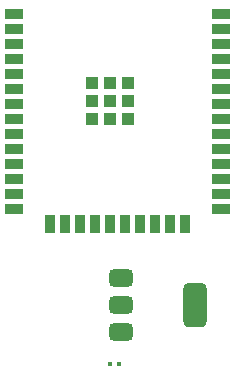
<source format=gbr>
%TF.GenerationSoftware,KiCad,Pcbnew,9.0.0*%
%TF.CreationDate,2025-04-07T22:33:31+05:30*%
%TF.ProjectId,pcb,7063622e-6b69-4636-9164-5f7063625858,rev?*%
%TF.SameCoordinates,Original*%
%TF.FileFunction,Paste,Top*%
%TF.FilePolarity,Positive*%
%FSLAX46Y46*%
G04 Gerber Fmt 4.6, Leading zero omitted, Abs format (unit mm)*
G04 Created by KiCad (PCBNEW 9.0.0) date 2025-04-07 22:33:31*
%MOMM*%
%LPD*%
G01*
G04 APERTURE LIST*
G04 Aperture macros list*
%AMRoundRect*
0 Rectangle with rounded corners*
0 $1 Rounding radius*
0 $2 $3 $4 $5 $6 $7 $8 $9 X,Y pos of 4 corners*
0 Add a 4 corners polygon primitive as box body*
4,1,4,$2,$3,$4,$5,$6,$7,$8,$9,$2,$3,0*
0 Add four circle primitives for the rounded corners*
1,1,$1+$1,$2,$3*
1,1,$1+$1,$4,$5*
1,1,$1+$1,$6,$7*
1,1,$1+$1,$8,$9*
0 Add four rect primitives between the rounded corners*
20,1,$1+$1,$2,$3,$4,$5,0*
20,1,$1+$1,$4,$5,$6,$7,0*
20,1,$1+$1,$6,$7,$8,$9,0*
20,1,$1+$1,$8,$9,$2,$3,0*%
G04 Aperture macros list end*
%ADD10RoundRect,0.375000X-0.625000X-0.375000X0.625000X-0.375000X0.625000X0.375000X-0.625000X0.375000X0*%
%ADD11RoundRect,0.500000X-0.500000X-1.400000X0.500000X-1.400000X0.500000X1.400000X-0.500000X1.400000X0*%
%ADD12R,1.500000X0.900000*%
%ADD13R,0.900000X1.500000*%
%ADD14R,1.050000X1.050000*%
%ADD15RoundRect,0.079500X-0.079500X-0.100500X0.079500X-0.100500X0.079500X0.100500X-0.079500X0.100500X0*%
G04 APERTURE END LIST*
D10*
%TO.C,U2*%
X141270000Y-100185000D03*
X141270000Y-102485000D03*
D11*
X147570000Y-102485000D03*
D10*
X141270000Y-104785000D03*
%TD*%
D12*
%TO.C,U1*%
X132250000Y-77865000D03*
X132250000Y-79135000D03*
X132250000Y-80405000D03*
X132250000Y-81675000D03*
X132250000Y-82945000D03*
X132250000Y-84215000D03*
X132250000Y-85485000D03*
X132250000Y-86755000D03*
X132250000Y-88025000D03*
X132250000Y-89295000D03*
X132250000Y-90565000D03*
X132250000Y-91835000D03*
X132250000Y-93105000D03*
X132250000Y-94375000D03*
D13*
X135290000Y-95625000D03*
X136560000Y-95625000D03*
X137830000Y-95625000D03*
X139100000Y-95625000D03*
X140370000Y-95625000D03*
X141640000Y-95625000D03*
X142910000Y-95625000D03*
X144180000Y-95625000D03*
X145450000Y-95625000D03*
X146720000Y-95625000D03*
D12*
X149750000Y-94375000D03*
X149750000Y-93105000D03*
X149750000Y-91835000D03*
X149750000Y-90565000D03*
X149750000Y-89295000D03*
X149750000Y-88025000D03*
X149750000Y-86755000D03*
X149750000Y-85485000D03*
X149750000Y-84215000D03*
X149750000Y-82945000D03*
X149750000Y-81675000D03*
X149750000Y-80405000D03*
X149750000Y-79135000D03*
X149750000Y-77865000D03*
D14*
X138795000Y-83680000D03*
X138795000Y-85205000D03*
X138795000Y-86730000D03*
X140320000Y-83680000D03*
X140320000Y-85205000D03*
X140320000Y-86730000D03*
X141845000Y-83680000D03*
X141845000Y-85205000D03*
X141845000Y-86730000D03*
%TD*%
D15*
%TO.C,R1*%
X140375000Y-107480000D03*
X141065000Y-107480000D03*
%TD*%
M02*

</source>
